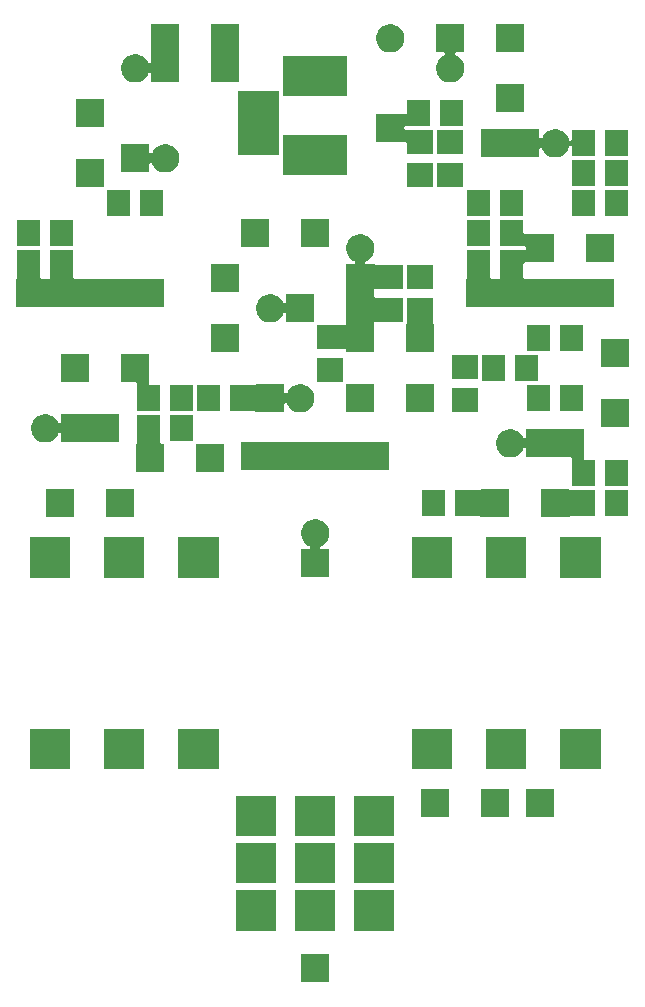
<source format=gbr>
G04 #@! TF.GenerationSoftware,KiCad,Pcbnew,5.1.6-c6e7f7d~87~ubuntu19.10.1*
G04 #@! TF.CreationDate,2022-01-15T23:23:36+06:00*
G04 #@! TF.ProjectId,big_muff_r2a_nyc,6269675f-6d75-4666-965f-7232615f6e79,2A*
G04 #@! TF.SameCoordinates,Original*
G04 #@! TF.FileFunction,Soldermask,Bot*
G04 #@! TF.FilePolarity,Negative*
%FSLAX46Y46*%
G04 Gerber Fmt 4.6, Leading zero omitted, Abs format (unit mm)*
G04 Created by KiCad (PCBNEW 5.1.6-c6e7f7d~87~ubuntu19.10.1) date 2022-01-15 23:23:36*
%MOMM*%
%LPD*%
G01*
G04 APERTURE LIST*
%ADD10C,0.100000*%
G04 APERTURE END LIST*
D10*
G36*
X106610000Y-177730000D02*
G01*
X104210000Y-177730000D01*
X104210000Y-175330000D01*
X106610000Y-175330000D01*
X106610000Y-177730000D01*
G37*
G36*
X112110000Y-173340000D02*
G01*
X108710000Y-173340000D01*
X108710000Y-169940000D01*
X112110000Y-169940000D01*
X112110000Y-173340000D01*
G37*
G36*
X107110000Y-173340000D02*
G01*
X103710000Y-173340000D01*
X103710000Y-169940000D01*
X107110000Y-169940000D01*
X107110000Y-173340000D01*
G37*
G36*
X102110000Y-173340000D02*
G01*
X98710000Y-173340000D01*
X98710000Y-169940000D01*
X102110000Y-169940000D01*
X102110000Y-173340000D01*
G37*
G36*
X102110000Y-169340000D02*
G01*
X98710000Y-169340000D01*
X98710000Y-165940000D01*
X102110000Y-165940000D01*
X102110000Y-169340000D01*
G37*
G36*
X112110000Y-169340000D02*
G01*
X108710000Y-169340000D01*
X108710000Y-165940000D01*
X112110000Y-165940000D01*
X112110000Y-169340000D01*
G37*
G36*
X107110000Y-169340000D02*
G01*
X103710000Y-169340000D01*
X103710000Y-165940000D01*
X107110000Y-165940000D01*
X107110000Y-169340000D01*
G37*
G36*
X112110000Y-165340000D02*
G01*
X108710000Y-165340000D01*
X108710000Y-161940000D01*
X112110000Y-161940000D01*
X112110000Y-165340000D01*
G37*
G36*
X102110000Y-165340000D02*
G01*
X98710000Y-165340000D01*
X98710000Y-161940000D01*
X102110000Y-161940000D01*
X102110000Y-165340000D01*
G37*
G36*
X107110000Y-165340000D02*
G01*
X103710000Y-165340000D01*
X103710000Y-161940000D01*
X107110000Y-161940000D01*
X107110000Y-165340000D01*
G37*
G36*
X125660000Y-163760000D02*
G01*
X123260000Y-163760000D01*
X123260000Y-161360000D01*
X125660000Y-161360000D01*
X125660000Y-163760000D01*
G37*
G36*
X121850000Y-163760000D02*
G01*
X119450000Y-163760000D01*
X119450000Y-161360000D01*
X121850000Y-161360000D01*
X121850000Y-163760000D01*
G37*
G36*
X116770000Y-163760000D02*
G01*
X114370000Y-163760000D01*
X114370000Y-161360000D01*
X116770000Y-161360000D01*
X116770000Y-163760000D01*
G37*
G36*
X129580000Y-159660000D02*
G01*
X126180000Y-159660000D01*
X126180000Y-156260000D01*
X129580000Y-156260000D01*
X129580000Y-159660000D01*
G37*
G36*
X123280000Y-159660000D02*
G01*
X119880000Y-159660000D01*
X119880000Y-156260000D01*
X123280000Y-156260000D01*
X123280000Y-159660000D01*
G37*
G36*
X116980000Y-159660000D02*
G01*
X113580000Y-159660000D01*
X113580000Y-156260000D01*
X116980000Y-156260000D01*
X116980000Y-159660000D01*
G37*
G36*
X90940000Y-159660000D02*
G01*
X87540000Y-159660000D01*
X87540000Y-156260000D01*
X90940000Y-156260000D01*
X90940000Y-159660000D01*
G37*
G36*
X97240000Y-159660000D02*
G01*
X93840000Y-159660000D01*
X93840000Y-156260000D01*
X97240000Y-156260000D01*
X97240000Y-159660000D01*
G37*
G36*
X84640000Y-159660000D02*
G01*
X81240000Y-159660000D01*
X81240000Y-156260000D01*
X84640000Y-156260000D01*
X84640000Y-159660000D01*
G37*
G36*
X129580000Y-143460000D02*
G01*
X126180000Y-143460000D01*
X126180000Y-140060000D01*
X129580000Y-140060000D01*
X129580000Y-143460000D01*
G37*
G36*
X123280000Y-143460000D02*
G01*
X119880000Y-143460000D01*
X119880000Y-140060000D01*
X123280000Y-140060000D01*
X123280000Y-143460000D01*
G37*
G36*
X116980000Y-143460000D02*
G01*
X113580000Y-143460000D01*
X113580000Y-140060000D01*
X116980000Y-140060000D01*
X116980000Y-143460000D01*
G37*
G36*
X84640000Y-143460000D02*
G01*
X81240000Y-143460000D01*
X81240000Y-140060000D01*
X84640000Y-140060000D01*
X84640000Y-143460000D01*
G37*
G36*
X90940000Y-143460000D02*
G01*
X87540000Y-143460000D01*
X87540000Y-140060000D01*
X90940000Y-140060000D01*
X90940000Y-143460000D01*
G37*
G36*
X97240000Y-143460000D02*
G01*
X93840000Y-143460000D01*
X93840000Y-140060000D01*
X97240000Y-140060000D01*
X97240000Y-143460000D01*
G37*
G36*
X105760026Y-138546115D02*
G01*
X105978411Y-138636573D01*
X105978413Y-138636574D01*
X106174955Y-138767899D01*
X106342101Y-138935045D01*
X106473427Y-139131589D01*
X106563885Y-139349974D01*
X106610000Y-139581809D01*
X106610000Y-139818191D01*
X106563885Y-140050026D01*
X106473427Y-140268411D01*
X106342101Y-140464955D01*
X106174955Y-140632101D01*
X105978412Y-140763427D01*
X105891282Y-140799517D01*
X105869671Y-140811068D01*
X105850729Y-140826613D01*
X105835184Y-140845555D01*
X105823633Y-140867166D01*
X105816520Y-140890615D01*
X105814118Y-140915001D01*
X105816520Y-140939387D01*
X105823633Y-140962836D01*
X105835184Y-140984447D01*
X105850729Y-141003389D01*
X105869671Y-141018934D01*
X105891282Y-141030485D01*
X105914731Y-141037598D01*
X105939117Y-141040000D01*
X106610000Y-141040000D01*
X106610000Y-143440000D01*
X104210000Y-143440000D01*
X104210000Y-141040000D01*
X104880883Y-141040000D01*
X104905269Y-141037598D01*
X104928718Y-141030485D01*
X104950329Y-141018934D01*
X104969271Y-141003389D01*
X104984816Y-140984447D01*
X104996367Y-140962836D01*
X105003480Y-140939387D01*
X105005882Y-140915001D01*
X105003480Y-140890615D01*
X104996367Y-140867166D01*
X104984816Y-140845555D01*
X104969271Y-140826613D01*
X104950329Y-140811068D01*
X104928718Y-140799517D01*
X104841588Y-140763427D01*
X104645045Y-140632101D01*
X104477899Y-140464955D01*
X104346573Y-140268411D01*
X104256115Y-140050026D01*
X104210000Y-139818191D01*
X104210000Y-139581809D01*
X104256115Y-139349974D01*
X104346573Y-139131589D01*
X104477899Y-138935045D01*
X104645045Y-138767899D01*
X104841587Y-138636574D01*
X104841589Y-138636573D01*
X105059974Y-138546115D01*
X105291809Y-138500000D01*
X105528191Y-138500000D01*
X105760026Y-138546115D01*
G37*
G36*
X126939515Y-135982836D02*
G01*
X126951066Y-136004447D01*
X126966611Y-136023389D01*
X126985553Y-136038934D01*
X127007164Y-136050485D01*
X127030613Y-136057598D01*
X127054999Y-136060000D01*
X129140000Y-136060000D01*
X129140000Y-138260000D01*
X127054999Y-138260000D01*
X127030613Y-138262402D01*
X127007164Y-138269515D01*
X126985553Y-138281066D01*
X126966611Y-138296611D01*
X126951066Y-138315553D01*
X126939515Y-138337164D01*
X126932588Y-138360000D01*
X124530000Y-138360000D01*
X124530000Y-135960000D01*
X126932588Y-135960000D01*
X126939515Y-135982836D01*
G37*
G36*
X121850000Y-138360000D02*
G01*
X119447412Y-138360000D01*
X119440485Y-138337164D01*
X119428934Y-138315553D01*
X119413389Y-138296611D01*
X119394447Y-138281066D01*
X119372836Y-138269515D01*
X119349387Y-138262402D01*
X119325001Y-138260000D01*
X117240000Y-138260000D01*
X117240000Y-136060000D01*
X119325001Y-136060000D01*
X119349387Y-136057598D01*
X119372836Y-136050485D01*
X119394447Y-136038934D01*
X119413389Y-136023389D01*
X119428934Y-136004447D01*
X119440485Y-135982836D01*
X119447412Y-135960000D01*
X121850000Y-135960000D01*
X121850000Y-138360000D01*
G37*
G36*
X85020000Y-138360000D02*
G01*
X82620000Y-138360000D01*
X82620000Y-135960000D01*
X85020000Y-135960000D01*
X85020000Y-138360000D01*
G37*
G36*
X90100000Y-138360000D02*
G01*
X87700000Y-138360000D01*
X87700000Y-135960000D01*
X90100000Y-135960000D01*
X90100000Y-138360000D01*
G37*
G36*
X116440000Y-138260000D02*
G01*
X114440000Y-138260000D01*
X114440000Y-136060000D01*
X116440000Y-136060000D01*
X116440000Y-138260000D01*
G37*
G36*
X131940000Y-138260000D02*
G01*
X129940000Y-138260000D01*
X129940000Y-136060000D01*
X131940000Y-136060000D01*
X131940000Y-138260000D01*
G37*
G36*
X122270026Y-130926115D02*
G01*
X122488411Y-131016573D01*
X122488413Y-131016574D01*
X122684955Y-131147899D01*
X122852101Y-131315045D01*
X122983427Y-131511588D01*
X123019517Y-131598718D01*
X123031068Y-131620329D01*
X123046613Y-131639271D01*
X123065555Y-131654816D01*
X123087166Y-131666367D01*
X123110615Y-131673480D01*
X123135001Y-131675882D01*
X123159387Y-131673480D01*
X123182836Y-131666367D01*
X123204447Y-131654816D01*
X123223389Y-131639271D01*
X123238934Y-131620329D01*
X123250485Y-131598718D01*
X123257598Y-131575269D01*
X123260000Y-131550883D01*
X123260000Y-130880000D01*
X128200000Y-130880000D01*
X128200000Y-133395001D01*
X128202402Y-133419387D01*
X128209515Y-133442836D01*
X128221066Y-133464447D01*
X128236611Y-133483389D01*
X128255553Y-133498934D01*
X128277164Y-133510485D01*
X128300613Y-133517598D01*
X128324999Y-133520000D01*
X129140000Y-133520000D01*
X129140000Y-135720000D01*
X127140000Y-135720000D01*
X127140000Y-133404999D01*
X127137598Y-133380613D01*
X127130485Y-133357164D01*
X127118934Y-133335553D01*
X127103389Y-133316611D01*
X127084447Y-133301066D01*
X127062836Y-133289515D01*
X127039387Y-133282402D01*
X127015001Y-133280000D01*
X123260000Y-133280000D01*
X123260000Y-132609117D01*
X123257598Y-132584731D01*
X123250485Y-132561282D01*
X123238934Y-132539671D01*
X123223389Y-132520729D01*
X123204447Y-132505184D01*
X123182836Y-132493633D01*
X123159387Y-132486520D01*
X123135001Y-132484118D01*
X123110615Y-132486520D01*
X123087166Y-132493633D01*
X123065555Y-132505184D01*
X123046613Y-132520729D01*
X123031068Y-132539671D01*
X123019517Y-132561282D01*
X122983427Y-132648412D01*
X122983426Y-132648413D01*
X122852101Y-132844955D01*
X122684955Y-133012101D01*
X122488413Y-133143426D01*
X122488412Y-133143427D01*
X122488411Y-133143427D01*
X122270026Y-133233885D01*
X122038191Y-133280000D01*
X121801809Y-133280000D01*
X121569974Y-133233885D01*
X121351589Y-133143427D01*
X121351588Y-133143427D01*
X121351587Y-133143426D01*
X121155045Y-133012101D01*
X120987899Y-132844955D01*
X120856574Y-132648413D01*
X120820483Y-132561282D01*
X120766115Y-132430026D01*
X120720000Y-132198191D01*
X120720000Y-131961809D01*
X120766115Y-131729974D01*
X120856573Y-131511589D01*
X120987899Y-131315045D01*
X121155045Y-131147899D01*
X121351587Y-131016574D01*
X121351589Y-131016573D01*
X121569974Y-130926115D01*
X121801809Y-130880000D01*
X122038191Y-130880000D01*
X122270026Y-130926115D01*
G37*
G36*
X131940000Y-135720000D02*
G01*
X129940000Y-135720000D01*
X129940000Y-133520000D01*
X131940000Y-133520000D01*
X131940000Y-135720000D01*
G37*
G36*
X97720000Y-134550000D02*
G01*
X95320000Y-134550000D01*
X95320000Y-132150000D01*
X97720000Y-132150000D01*
X97720000Y-134550000D01*
G37*
G36*
X92310000Y-132025001D02*
G01*
X92312402Y-132049387D01*
X92319515Y-132072836D01*
X92331066Y-132094447D01*
X92346611Y-132113389D01*
X92365553Y-132128934D01*
X92387164Y-132140485D01*
X92410613Y-132147598D01*
X92434999Y-132150000D01*
X92640000Y-132150000D01*
X92640000Y-134550000D01*
X90240000Y-134550000D01*
X90240000Y-132136656D01*
X90254447Y-132128934D01*
X90273389Y-132113389D01*
X90288934Y-132094447D01*
X90300485Y-132072836D01*
X90307598Y-132049387D01*
X90310000Y-132025001D01*
X90310000Y-129710000D01*
X92310000Y-129710000D01*
X92310000Y-132025001D01*
G37*
G36*
X111690000Y-134350000D02*
G01*
X99130000Y-134350000D01*
X99130000Y-131950000D01*
X111690000Y-131950000D01*
X111690000Y-134350000D01*
G37*
G36*
X82900026Y-129656115D02*
G01*
X83118411Y-129746573D01*
X83118413Y-129746574D01*
X83314955Y-129877899D01*
X83482101Y-130045045D01*
X83613427Y-130241588D01*
X83649517Y-130328718D01*
X83661068Y-130350329D01*
X83676613Y-130369271D01*
X83695555Y-130384816D01*
X83717166Y-130396367D01*
X83740615Y-130403480D01*
X83765001Y-130405882D01*
X83789387Y-130403480D01*
X83812836Y-130396367D01*
X83834447Y-130384816D01*
X83853389Y-130369271D01*
X83868934Y-130350329D01*
X83880485Y-130328718D01*
X83887598Y-130305269D01*
X83890000Y-130280883D01*
X83890000Y-129610000D01*
X88830000Y-129610000D01*
X88830000Y-132010000D01*
X83890000Y-132010000D01*
X83890000Y-131339117D01*
X83887598Y-131314731D01*
X83880485Y-131291282D01*
X83868934Y-131269671D01*
X83853389Y-131250729D01*
X83834447Y-131235184D01*
X83812836Y-131223633D01*
X83789387Y-131216520D01*
X83765001Y-131214118D01*
X83740615Y-131216520D01*
X83717166Y-131223633D01*
X83695555Y-131235184D01*
X83676613Y-131250729D01*
X83661068Y-131269671D01*
X83649517Y-131291282D01*
X83613427Y-131378412D01*
X83524441Y-131511589D01*
X83482101Y-131574955D01*
X83314955Y-131742101D01*
X83118413Y-131873426D01*
X83118412Y-131873427D01*
X83118411Y-131873427D01*
X82900026Y-131963885D01*
X82668191Y-132010000D01*
X82431809Y-132010000D01*
X82199974Y-131963885D01*
X81981589Y-131873427D01*
X81981588Y-131873427D01*
X81981587Y-131873426D01*
X81785045Y-131742101D01*
X81617899Y-131574955D01*
X81486574Y-131378413D01*
X81450483Y-131291282D01*
X81396115Y-131160026D01*
X81350000Y-130928191D01*
X81350000Y-130691809D01*
X81396115Y-130459974D01*
X81486573Y-130241589D01*
X81617899Y-130045045D01*
X81785045Y-129877899D01*
X81981587Y-129746574D01*
X81981589Y-129746573D01*
X82199974Y-129656115D01*
X82431809Y-129610000D01*
X82668191Y-129610000D01*
X82900026Y-129656115D01*
G37*
G36*
X95110000Y-131910000D02*
G01*
X93110000Y-131910000D01*
X93110000Y-129710000D01*
X95110000Y-129710000D01*
X95110000Y-131910000D01*
G37*
G36*
X132010000Y-130740000D02*
G01*
X129610000Y-130740000D01*
X129610000Y-128340000D01*
X132010000Y-128340000D01*
X132010000Y-130740000D01*
G37*
G36*
X115500000Y-129470000D02*
G01*
X113100000Y-129470000D01*
X113100000Y-127070000D01*
X115500000Y-127070000D01*
X115500000Y-129470000D01*
G37*
G36*
X110420000Y-129470000D02*
G01*
X108020000Y-129470000D01*
X108020000Y-127070000D01*
X110420000Y-127070000D01*
X110420000Y-129470000D01*
G37*
G36*
X102800000Y-127740883D02*
G01*
X102802402Y-127765269D01*
X102809515Y-127788718D01*
X102821066Y-127810329D01*
X102836611Y-127829271D01*
X102855553Y-127844816D01*
X102877164Y-127856367D01*
X102900613Y-127863480D01*
X102924999Y-127865882D01*
X102949385Y-127863480D01*
X102972834Y-127856367D01*
X102994445Y-127844816D01*
X103013387Y-127829271D01*
X103028932Y-127810329D01*
X103040483Y-127788718D01*
X103076573Y-127701588D01*
X103207899Y-127505045D01*
X103375045Y-127337899D01*
X103571587Y-127206574D01*
X103571589Y-127206573D01*
X103789974Y-127116115D01*
X104021809Y-127070000D01*
X104258191Y-127070000D01*
X104490026Y-127116115D01*
X104708411Y-127206573D01*
X104708413Y-127206574D01*
X104904955Y-127337899D01*
X105072101Y-127505045D01*
X105203427Y-127701589D01*
X105293885Y-127919974D01*
X105340000Y-128151809D01*
X105340000Y-128388191D01*
X105293885Y-128620026D01*
X105239517Y-128751282D01*
X105203426Y-128838413D01*
X105072101Y-129034955D01*
X104904955Y-129202101D01*
X104708413Y-129333426D01*
X104708412Y-129333427D01*
X104708411Y-129333427D01*
X104490026Y-129423885D01*
X104258191Y-129470000D01*
X104021809Y-129470000D01*
X103789974Y-129423885D01*
X103571589Y-129333427D01*
X103571588Y-129333427D01*
X103571587Y-129333426D01*
X103375045Y-129202101D01*
X103207899Y-129034955D01*
X103076574Y-128838413D01*
X103076573Y-128838412D01*
X103040483Y-128751282D01*
X103028932Y-128729671D01*
X103013387Y-128710729D01*
X102994445Y-128695184D01*
X102972834Y-128683633D01*
X102949385Y-128676520D01*
X102924999Y-128674118D01*
X102900613Y-128676520D01*
X102877164Y-128683633D01*
X102855553Y-128695184D01*
X102836611Y-128710729D01*
X102821066Y-128729671D01*
X102809515Y-128751282D01*
X102802402Y-128774731D01*
X102800000Y-128799117D01*
X102800000Y-129470000D01*
X100397412Y-129470000D01*
X100390485Y-129447164D01*
X100378934Y-129425553D01*
X100363389Y-129406611D01*
X100344447Y-129391066D01*
X100322836Y-129379515D01*
X100299387Y-129372402D01*
X100275001Y-129370000D01*
X98190000Y-129370000D01*
X98190000Y-127170000D01*
X100275001Y-127170000D01*
X100299387Y-127167598D01*
X100322836Y-127160485D01*
X100344447Y-127148934D01*
X100363389Y-127133389D01*
X100378934Y-127114447D01*
X100390485Y-127092836D01*
X100397412Y-127070000D01*
X102800000Y-127070000D01*
X102800000Y-127740883D01*
G37*
G36*
X119210000Y-129400000D02*
G01*
X117010000Y-129400000D01*
X117010000Y-127400000D01*
X119210000Y-127400000D01*
X119210000Y-129400000D01*
G37*
G36*
X97390000Y-129370000D02*
G01*
X95390000Y-129370000D01*
X95390000Y-127170000D01*
X97390000Y-127170000D01*
X97390000Y-129370000D01*
G37*
G36*
X128130000Y-129370000D02*
G01*
X126130000Y-129370000D01*
X126130000Y-127170000D01*
X128130000Y-127170000D01*
X128130000Y-129370000D01*
G37*
G36*
X125330000Y-129370000D02*
G01*
X123330000Y-129370000D01*
X123330000Y-127170000D01*
X125330000Y-127170000D01*
X125330000Y-129370000D01*
G37*
G36*
X95110000Y-129370000D02*
G01*
X93110000Y-129370000D01*
X93110000Y-127170000D01*
X95110000Y-127170000D01*
X95110000Y-129370000D01*
G37*
G36*
X91370000Y-127045001D02*
G01*
X91372402Y-127069387D01*
X91379515Y-127092836D01*
X91391066Y-127114447D01*
X91406611Y-127133389D01*
X91425553Y-127148934D01*
X91447164Y-127160485D01*
X91470613Y-127167598D01*
X91494999Y-127170000D01*
X92310000Y-127170000D01*
X92310000Y-129370000D01*
X90310000Y-129370000D01*
X90310000Y-127054999D01*
X90307598Y-127030613D01*
X90300485Y-127007164D01*
X90288934Y-126985553D01*
X90273389Y-126966611D01*
X90254447Y-126951066D01*
X90232836Y-126939515D01*
X90209387Y-126932402D01*
X90185001Y-126930000D01*
X88970000Y-126930000D01*
X88970000Y-124530000D01*
X91370000Y-124530000D01*
X91370000Y-127045001D01*
G37*
G36*
X86290000Y-126930000D02*
G01*
X83890000Y-126930000D01*
X83890000Y-124530000D01*
X86290000Y-124530000D01*
X86290000Y-126930000D01*
G37*
G36*
X107780000Y-126860000D02*
G01*
X105580000Y-126860000D01*
X105580000Y-124860000D01*
X107780000Y-124860000D01*
X107780000Y-126860000D01*
G37*
G36*
X121520000Y-126830000D02*
G01*
X119520000Y-126830000D01*
X119520000Y-124630000D01*
X121520000Y-124630000D01*
X121520000Y-126830000D01*
G37*
G36*
X124320000Y-126830000D02*
G01*
X122320000Y-126830000D01*
X122320000Y-124630000D01*
X124320000Y-124630000D01*
X124320000Y-126830000D01*
G37*
G36*
X119210000Y-126600000D02*
G01*
X117010000Y-126600000D01*
X117010000Y-124600000D01*
X119210000Y-124600000D01*
X119210000Y-126600000D01*
G37*
G36*
X132010000Y-125660000D02*
G01*
X129610000Y-125660000D01*
X129610000Y-123260000D01*
X132010000Y-123260000D01*
X132010000Y-125660000D01*
G37*
G36*
X115400000Y-121865001D02*
G01*
X115402402Y-121889387D01*
X115409515Y-121912836D01*
X115421066Y-121934447D01*
X115436611Y-121953389D01*
X115455553Y-121968934D01*
X115477164Y-121980485D01*
X115500000Y-121987412D01*
X115500000Y-124390000D01*
X113100000Y-124390000D01*
X113100000Y-121987412D01*
X113122836Y-121980485D01*
X113144447Y-121968934D01*
X113163389Y-121953389D01*
X113178934Y-121934447D01*
X113190485Y-121912836D01*
X113197598Y-121889387D01*
X113200000Y-121865001D01*
X113200000Y-119780000D01*
X115400000Y-119780000D01*
X115400000Y-121865001D01*
G37*
G36*
X98990000Y-124390000D02*
G01*
X96590000Y-124390000D01*
X96590000Y-121990000D01*
X98990000Y-121990000D01*
X98990000Y-124390000D01*
G37*
G36*
X109570026Y-114416115D02*
G01*
X109788411Y-114506573D01*
X109788413Y-114506574D01*
X109984955Y-114637899D01*
X110152101Y-114805045D01*
X110283427Y-115001589D01*
X110373885Y-115219974D01*
X110420000Y-115451809D01*
X110420000Y-115688191D01*
X110373885Y-115920026D01*
X110283427Y-116138411D01*
X110152101Y-116334955D01*
X109984955Y-116502101D01*
X109788412Y-116633427D01*
X109701282Y-116669517D01*
X109679671Y-116681068D01*
X109660729Y-116696613D01*
X109645184Y-116715555D01*
X109633633Y-116737166D01*
X109626520Y-116760615D01*
X109624118Y-116785001D01*
X109626520Y-116809387D01*
X109633633Y-116832836D01*
X109645184Y-116854447D01*
X109660729Y-116873389D01*
X109679671Y-116888934D01*
X109701282Y-116900485D01*
X109724731Y-116907598D01*
X109749117Y-116910000D01*
X110433344Y-116910000D01*
X110441066Y-116924447D01*
X110456611Y-116943389D01*
X110475553Y-116958934D01*
X110497164Y-116970485D01*
X110520613Y-116977598D01*
X110544999Y-116980000D01*
X112860000Y-116980000D01*
X112860000Y-118980000D01*
X110544999Y-118980000D01*
X110520613Y-118982402D01*
X110497164Y-118989515D01*
X110475553Y-119001066D01*
X110456611Y-119016611D01*
X110441066Y-119035553D01*
X110429515Y-119057164D01*
X110422402Y-119080613D01*
X110420000Y-119104999D01*
X110420000Y-119655001D01*
X110422402Y-119679387D01*
X110429515Y-119702836D01*
X110441066Y-119724447D01*
X110456611Y-119743389D01*
X110475553Y-119758934D01*
X110497164Y-119770485D01*
X110520613Y-119777598D01*
X110544999Y-119780000D01*
X112860000Y-119780000D01*
X112860000Y-121780000D01*
X110544999Y-121780000D01*
X110520613Y-121782402D01*
X110497164Y-121789515D01*
X110475553Y-121801066D01*
X110456611Y-121816611D01*
X110441066Y-121835553D01*
X110429515Y-121857164D01*
X110422402Y-121880613D01*
X110420000Y-121904999D01*
X110420000Y-124390000D01*
X108020000Y-124390000D01*
X108020000Y-124184999D01*
X108017598Y-124160613D01*
X108010485Y-124137164D01*
X107998934Y-124115553D01*
X107983389Y-124096611D01*
X107964447Y-124081066D01*
X107942836Y-124069515D01*
X107919387Y-124062402D01*
X107895001Y-124060000D01*
X105580000Y-124060000D01*
X105580000Y-122060000D01*
X107895001Y-122060000D01*
X107919387Y-122057598D01*
X107942836Y-122050485D01*
X107964447Y-122038934D01*
X107983389Y-122023389D01*
X107998934Y-122004447D01*
X108010485Y-121982836D01*
X108017598Y-121959387D01*
X108020000Y-121935001D01*
X108020000Y-116910000D01*
X108690883Y-116910000D01*
X108715269Y-116907598D01*
X108738718Y-116900485D01*
X108760329Y-116888934D01*
X108779271Y-116873389D01*
X108794816Y-116854447D01*
X108806367Y-116832836D01*
X108813480Y-116809387D01*
X108815882Y-116785001D01*
X108813480Y-116760615D01*
X108806367Y-116737166D01*
X108794816Y-116715555D01*
X108779271Y-116696613D01*
X108760329Y-116681068D01*
X108738718Y-116669517D01*
X108651588Y-116633427D01*
X108455045Y-116502101D01*
X108287899Y-116334955D01*
X108156573Y-116138411D01*
X108066115Y-115920026D01*
X108020000Y-115688191D01*
X108020000Y-115451809D01*
X108066115Y-115219974D01*
X108156573Y-115001589D01*
X108287899Y-114805045D01*
X108455045Y-114637899D01*
X108651587Y-114506574D01*
X108651589Y-114506573D01*
X108869974Y-114416115D01*
X109101809Y-114370000D01*
X109338191Y-114370000D01*
X109570026Y-114416115D01*
G37*
G36*
X125330000Y-124290000D02*
G01*
X123330000Y-124290000D01*
X123330000Y-122090000D01*
X125330000Y-122090000D01*
X125330000Y-124290000D01*
G37*
G36*
X128130000Y-124290000D02*
G01*
X126130000Y-124290000D01*
X126130000Y-122090000D01*
X128130000Y-122090000D01*
X128130000Y-124290000D01*
G37*
G36*
X101950026Y-119496115D02*
G01*
X102168411Y-119586573D01*
X102168413Y-119586574D01*
X102342412Y-119702836D01*
X102364955Y-119717899D01*
X102532101Y-119885045D01*
X102663427Y-120081588D01*
X102699517Y-120168718D01*
X102711068Y-120190329D01*
X102726613Y-120209271D01*
X102745555Y-120224816D01*
X102767166Y-120236367D01*
X102790615Y-120243480D01*
X102815001Y-120245882D01*
X102839387Y-120243480D01*
X102862836Y-120236367D01*
X102884447Y-120224816D01*
X102903389Y-120209271D01*
X102918934Y-120190329D01*
X102930485Y-120168718D01*
X102937598Y-120145269D01*
X102940000Y-120120883D01*
X102940000Y-119450000D01*
X105340000Y-119450000D01*
X105340000Y-121850000D01*
X102940000Y-121850000D01*
X102940000Y-121179117D01*
X102937598Y-121154731D01*
X102930485Y-121131282D01*
X102918934Y-121109671D01*
X102903389Y-121090729D01*
X102884447Y-121075184D01*
X102862836Y-121063633D01*
X102839387Y-121056520D01*
X102815001Y-121054118D01*
X102790615Y-121056520D01*
X102767166Y-121063633D01*
X102745555Y-121075184D01*
X102726613Y-121090729D01*
X102711068Y-121109671D01*
X102699517Y-121131282D01*
X102663427Y-121218412D01*
X102663426Y-121218413D01*
X102532101Y-121414955D01*
X102364955Y-121582101D01*
X102168413Y-121713426D01*
X102168412Y-121713427D01*
X102168411Y-121713427D01*
X101950026Y-121803885D01*
X101718191Y-121850000D01*
X101481809Y-121850000D01*
X101249974Y-121803885D01*
X101031589Y-121713427D01*
X101031588Y-121713427D01*
X101031587Y-121713426D01*
X100835045Y-121582101D01*
X100667899Y-121414955D01*
X100536574Y-121218413D01*
X100500483Y-121131282D01*
X100446115Y-121000026D01*
X100400000Y-120768191D01*
X100400000Y-120531809D01*
X100446115Y-120299974D01*
X100536573Y-120081589D01*
X100667899Y-119885045D01*
X100835045Y-119717899D01*
X100857588Y-119702836D01*
X101031587Y-119586574D01*
X101031589Y-119586573D01*
X101249974Y-119496115D01*
X101481809Y-119450000D01*
X101718191Y-119450000D01*
X101950026Y-119496115D01*
G37*
G36*
X123050000Y-114245001D02*
G01*
X123052402Y-114269387D01*
X123059515Y-114292836D01*
X123071066Y-114314447D01*
X123086611Y-114333389D01*
X123105553Y-114348934D01*
X123127164Y-114360485D01*
X123150613Y-114367598D01*
X123174999Y-114370000D01*
X125660000Y-114370000D01*
X125660000Y-116770000D01*
X123174999Y-116770000D01*
X123150613Y-116772402D01*
X123127164Y-116779515D01*
X123105553Y-116791066D01*
X123086611Y-116806611D01*
X123071066Y-116825553D01*
X123059515Y-116847164D01*
X123052402Y-116870613D01*
X123050000Y-116894999D01*
X123050000Y-118055001D01*
X123052402Y-118079387D01*
X123059515Y-118102836D01*
X123071066Y-118124447D01*
X123086611Y-118143389D01*
X123105553Y-118158934D01*
X123127164Y-118170485D01*
X123150613Y-118177598D01*
X123174999Y-118180000D01*
X130740000Y-118180000D01*
X130740000Y-120580000D01*
X118180000Y-120580000D01*
X118180000Y-118166656D01*
X118194447Y-118158934D01*
X118213389Y-118143389D01*
X118228934Y-118124447D01*
X118240485Y-118102836D01*
X118247598Y-118079387D01*
X118250000Y-118055001D01*
X118250000Y-115740000D01*
X120250000Y-115740000D01*
X120250000Y-118055001D01*
X120252402Y-118079387D01*
X120259515Y-118102836D01*
X120271066Y-118124447D01*
X120286611Y-118143389D01*
X120305553Y-118158934D01*
X120327164Y-118170485D01*
X120350613Y-118177598D01*
X120374999Y-118180000D01*
X120925001Y-118180000D01*
X120949387Y-118177598D01*
X120972836Y-118170485D01*
X120994447Y-118158934D01*
X121013389Y-118143389D01*
X121028934Y-118124447D01*
X121040485Y-118102836D01*
X121047598Y-118079387D01*
X121050000Y-118055001D01*
X121050000Y-115740000D01*
X123135001Y-115740000D01*
X123159387Y-115737598D01*
X123182836Y-115730485D01*
X123204447Y-115718934D01*
X123223389Y-115703389D01*
X123238934Y-115684447D01*
X123250485Y-115662836D01*
X123257598Y-115639387D01*
X123260000Y-115615001D01*
X123260000Y-115524999D01*
X123257598Y-115500613D01*
X123250485Y-115477164D01*
X123238934Y-115455553D01*
X123223389Y-115436611D01*
X123204447Y-115421066D01*
X123182836Y-115409515D01*
X123159387Y-115402402D01*
X123135001Y-115400000D01*
X121050000Y-115400000D01*
X121050000Y-113200000D01*
X123050000Y-113200000D01*
X123050000Y-114245001D01*
G37*
G36*
X82150000Y-118055001D02*
G01*
X82152402Y-118079387D01*
X82159515Y-118102836D01*
X82171066Y-118124447D01*
X82186611Y-118143389D01*
X82205553Y-118158934D01*
X82227164Y-118170485D01*
X82250613Y-118177598D01*
X82274999Y-118180000D01*
X82825001Y-118180000D01*
X82849387Y-118177598D01*
X82872836Y-118170485D01*
X82894447Y-118158934D01*
X82913389Y-118143389D01*
X82928934Y-118124447D01*
X82940485Y-118102836D01*
X82947598Y-118079387D01*
X82950000Y-118055001D01*
X82950000Y-115740000D01*
X84950000Y-115740000D01*
X84950000Y-118055001D01*
X84952402Y-118079387D01*
X84959515Y-118102836D01*
X84971066Y-118124447D01*
X84986611Y-118143389D01*
X85005553Y-118158934D01*
X85027164Y-118170485D01*
X85050613Y-118177598D01*
X85074999Y-118180000D01*
X92640000Y-118180000D01*
X92640000Y-120580000D01*
X80080000Y-120580000D01*
X80080000Y-118166656D01*
X80094447Y-118158934D01*
X80113389Y-118143389D01*
X80128934Y-118124447D01*
X80140485Y-118102836D01*
X80147598Y-118079387D01*
X80150000Y-118055001D01*
X80150000Y-115740000D01*
X82150000Y-115740000D01*
X82150000Y-118055001D01*
G37*
G36*
X98990000Y-119310000D02*
G01*
X96590000Y-119310000D01*
X96590000Y-116910000D01*
X98990000Y-116910000D01*
X98990000Y-119310000D01*
G37*
G36*
X115400000Y-118980000D02*
G01*
X113200000Y-118980000D01*
X113200000Y-116980000D01*
X115400000Y-116980000D01*
X115400000Y-118980000D01*
G37*
G36*
X130740000Y-116770000D02*
G01*
X128340000Y-116770000D01*
X128340000Y-114370000D01*
X130740000Y-114370000D01*
X130740000Y-116770000D01*
G37*
G36*
X101530000Y-115500000D02*
G01*
X99130000Y-115500000D01*
X99130000Y-113100000D01*
X101530000Y-113100000D01*
X101530000Y-115500000D01*
G37*
G36*
X106610000Y-115500000D02*
G01*
X104210000Y-115500000D01*
X104210000Y-113100000D01*
X106610000Y-113100000D01*
X106610000Y-115500000D01*
G37*
G36*
X120250000Y-115400000D02*
G01*
X118250000Y-115400000D01*
X118250000Y-113200000D01*
X120250000Y-113200000D01*
X120250000Y-115400000D01*
G37*
G36*
X82150000Y-115400000D02*
G01*
X80150000Y-115400000D01*
X80150000Y-113200000D01*
X82150000Y-113200000D01*
X82150000Y-115400000D01*
G37*
G36*
X84950000Y-115400000D02*
G01*
X82950000Y-115400000D01*
X82950000Y-113200000D01*
X84950000Y-113200000D01*
X84950000Y-115400000D01*
G37*
G36*
X89770000Y-112860000D02*
G01*
X87770000Y-112860000D01*
X87770000Y-110660000D01*
X89770000Y-110660000D01*
X89770000Y-112860000D01*
G37*
G36*
X92570000Y-112860000D02*
G01*
X90570000Y-112860000D01*
X90570000Y-110660000D01*
X92570000Y-110660000D01*
X92570000Y-112860000D01*
G37*
G36*
X123050000Y-112860000D02*
G01*
X121050000Y-112860000D01*
X121050000Y-110660000D01*
X123050000Y-110660000D01*
X123050000Y-112860000D01*
G37*
G36*
X120250000Y-112860000D02*
G01*
X118250000Y-112860000D01*
X118250000Y-110660000D01*
X120250000Y-110660000D01*
X120250000Y-112860000D01*
G37*
G36*
X129140000Y-112860000D02*
G01*
X127140000Y-112860000D01*
X127140000Y-110660000D01*
X129140000Y-110660000D01*
X129140000Y-112860000D01*
G37*
G36*
X131940000Y-112860000D02*
G01*
X129940000Y-112860000D01*
X129940000Y-110660000D01*
X131940000Y-110660000D01*
X131940000Y-112860000D01*
G37*
G36*
X87560000Y-110420000D02*
G01*
X85160000Y-110420000D01*
X85160000Y-108020000D01*
X87560000Y-108020000D01*
X87560000Y-110420000D01*
G37*
G36*
X115400000Y-110350000D02*
G01*
X113200000Y-110350000D01*
X113200000Y-108350000D01*
X115400000Y-108350000D01*
X115400000Y-110350000D01*
G37*
G36*
X117940000Y-110350000D02*
G01*
X115740000Y-110350000D01*
X115740000Y-108350000D01*
X117940000Y-108350000D01*
X117940000Y-110350000D01*
G37*
G36*
X129140000Y-110320000D02*
G01*
X127140000Y-110320000D01*
X127140000Y-108120000D01*
X129140000Y-108120000D01*
X129140000Y-110320000D01*
G37*
G36*
X131940000Y-110320000D02*
G01*
X129940000Y-110320000D01*
X129940000Y-108120000D01*
X131940000Y-108120000D01*
X131940000Y-110320000D01*
G37*
G36*
X108110000Y-109380000D02*
G01*
X102710000Y-109380000D01*
X102710000Y-105980000D01*
X108110000Y-105980000D01*
X108110000Y-109380000D01*
G37*
G36*
X91370000Y-107420883D02*
G01*
X91372402Y-107445269D01*
X91379515Y-107468718D01*
X91391066Y-107490329D01*
X91406611Y-107509271D01*
X91425553Y-107524816D01*
X91447164Y-107536367D01*
X91470613Y-107543480D01*
X91494999Y-107545882D01*
X91519385Y-107543480D01*
X91542834Y-107536367D01*
X91564445Y-107524816D01*
X91583387Y-107509271D01*
X91598932Y-107490329D01*
X91610483Y-107468718D01*
X91646573Y-107381588D01*
X91777899Y-107185045D01*
X91945045Y-107017899D01*
X91990992Y-106987198D01*
X92141587Y-106886574D01*
X92141589Y-106886573D01*
X92359974Y-106796115D01*
X92591809Y-106750000D01*
X92828191Y-106750000D01*
X93060026Y-106796115D01*
X93278411Y-106886573D01*
X93278413Y-106886574D01*
X93429008Y-106987198D01*
X93474955Y-107017899D01*
X93642101Y-107185045D01*
X93773427Y-107381589D01*
X93863885Y-107599974D01*
X93910000Y-107831809D01*
X93910000Y-108068191D01*
X93863885Y-108300026D01*
X93809517Y-108431282D01*
X93773426Y-108518413D01*
X93642101Y-108714955D01*
X93474955Y-108882101D01*
X93278413Y-109013426D01*
X93278412Y-109013427D01*
X93278411Y-109013427D01*
X93060026Y-109103885D01*
X92828191Y-109150000D01*
X92591809Y-109150000D01*
X92359974Y-109103885D01*
X92141589Y-109013427D01*
X92141588Y-109013427D01*
X92141587Y-109013426D01*
X91945045Y-108882101D01*
X91777899Y-108714955D01*
X91646574Y-108518413D01*
X91646573Y-108518412D01*
X91610483Y-108431282D01*
X91598932Y-108409671D01*
X91583387Y-108390729D01*
X91564445Y-108375184D01*
X91542834Y-108363633D01*
X91519385Y-108356520D01*
X91494999Y-108354118D01*
X91470613Y-108356520D01*
X91447164Y-108363633D01*
X91425553Y-108375184D01*
X91406611Y-108390729D01*
X91391066Y-108409671D01*
X91379515Y-108431282D01*
X91372402Y-108454731D01*
X91370000Y-108479117D01*
X91370000Y-109150000D01*
X88970000Y-109150000D01*
X88970000Y-106750000D01*
X91370000Y-106750000D01*
X91370000Y-107420883D01*
G37*
G36*
X124390000Y-106150883D02*
G01*
X124392402Y-106175269D01*
X124399515Y-106198718D01*
X124411066Y-106220329D01*
X124426611Y-106239271D01*
X124445553Y-106254816D01*
X124467164Y-106266367D01*
X124490613Y-106273480D01*
X124514999Y-106275882D01*
X124539385Y-106273480D01*
X124562834Y-106266367D01*
X124584445Y-106254816D01*
X124603387Y-106239271D01*
X124618932Y-106220329D01*
X124630483Y-106198718D01*
X124666573Y-106111588D01*
X124797899Y-105915045D01*
X124965045Y-105747899D01*
X125161587Y-105616574D01*
X125161589Y-105616573D01*
X125379974Y-105526115D01*
X125611809Y-105480000D01*
X125848191Y-105480000D01*
X126080026Y-105526115D01*
X126298411Y-105616573D01*
X126298413Y-105616574D01*
X126494955Y-105747899D01*
X126662101Y-105915045D01*
X126793427Y-106111589D01*
X126883885Y-106329974D01*
X126892404Y-106372802D01*
X126899517Y-106396251D01*
X126911068Y-106417862D01*
X126926613Y-106436804D01*
X126945555Y-106452349D01*
X126967166Y-106463900D01*
X126990615Y-106471013D01*
X127015001Y-106473415D01*
X127039387Y-106471013D01*
X127062836Y-106463900D01*
X127084447Y-106452349D01*
X127103389Y-106436804D01*
X127118934Y-106417862D01*
X127130485Y-106396251D01*
X127137598Y-106372802D01*
X127140000Y-106348416D01*
X127140000Y-105580000D01*
X129140000Y-105580000D01*
X129140000Y-107780000D01*
X127140000Y-107780000D01*
X127140000Y-107011584D01*
X127137598Y-106987198D01*
X127130485Y-106963749D01*
X127118934Y-106942138D01*
X127103389Y-106923196D01*
X127084447Y-106907651D01*
X127062836Y-106896100D01*
X127039387Y-106888987D01*
X127015001Y-106886585D01*
X126990615Y-106888987D01*
X126967166Y-106896100D01*
X126945555Y-106907651D01*
X126926613Y-106923196D01*
X126911068Y-106942138D01*
X126899517Y-106963749D01*
X126892404Y-106987198D01*
X126883885Y-107030026D01*
X126829517Y-107161282D01*
X126793426Y-107248413D01*
X126662101Y-107444955D01*
X126494955Y-107612101D01*
X126298413Y-107743426D01*
X126298412Y-107743427D01*
X126298411Y-107743427D01*
X126080026Y-107833885D01*
X125848191Y-107880000D01*
X125611809Y-107880000D01*
X125379974Y-107833885D01*
X125161589Y-107743427D01*
X125161588Y-107743427D01*
X125161587Y-107743426D01*
X124965045Y-107612101D01*
X124797899Y-107444955D01*
X124755559Y-107381589D01*
X124666573Y-107248412D01*
X124630483Y-107161282D01*
X124618932Y-107139671D01*
X124603387Y-107120729D01*
X124584445Y-107105184D01*
X124562834Y-107093633D01*
X124539385Y-107086520D01*
X124514999Y-107084118D01*
X124490613Y-107086520D01*
X124467164Y-107093633D01*
X124445553Y-107105184D01*
X124426611Y-107120729D01*
X124411066Y-107139671D01*
X124399515Y-107161282D01*
X124392402Y-107184731D01*
X124390000Y-107209117D01*
X124390000Y-107880000D01*
X119450000Y-107880000D01*
X119450000Y-105480000D01*
X124390000Y-105480000D01*
X124390000Y-106150883D01*
G37*
G36*
X131940000Y-107780000D02*
G01*
X129940000Y-107780000D01*
X129940000Y-105580000D01*
X131940000Y-105580000D01*
X131940000Y-107780000D01*
G37*
G36*
X102310000Y-107680000D02*
G01*
X98910000Y-107680000D01*
X98910000Y-102280000D01*
X102310000Y-102280000D01*
X102310000Y-107680000D01*
G37*
G36*
X115170000Y-105240000D02*
G01*
X113084999Y-105240000D01*
X113060613Y-105242402D01*
X113037164Y-105249515D01*
X113015553Y-105261066D01*
X112996611Y-105276611D01*
X112981066Y-105295553D01*
X112969515Y-105317164D01*
X112962402Y-105340613D01*
X112960000Y-105364999D01*
X112960000Y-105425001D01*
X112962402Y-105449387D01*
X112969515Y-105472836D01*
X112981066Y-105494447D01*
X112996611Y-105513389D01*
X113015553Y-105528934D01*
X113037164Y-105540485D01*
X113060613Y-105547598D01*
X113084999Y-105550000D01*
X115400000Y-105550000D01*
X115400000Y-107550000D01*
X113200000Y-107550000D01*
X113200000Y-106734999D01*
X113197598Y-106710613D01*
X113190485Y-106687164D01*
X113178934Y-106665553D01*
X113163389Y-106646611D01*
X113144447Y-106631066D01*
X113122836Y-106619515D01*
X113099387Y-106612402D01*
X113075001Y-106610000D01*
X110560000Y-106610000D01*
X110560000Y-104210000D01*
X113045001Y-104210000D01*
X113069387Y-104207598D01*
X113092836Y-104200485D01*
X113114447Y-104188934D01*
X113133389Y-104173389D01*
X113148934Y-104154447D01*
X113160485Y-104132836D01*
X113167598Y-104109387D01*
X113170000Y-104085001D01*
X113170000Y-103040000D01*
X115170000Y-103040000D01*
X115170000Y-105240000D01*
G37*
G36*
X117940000Y-107550000D02*
G01*
X115740000Y-107550000D01*
X115740000Y-105550000D01*
X117940000Y-105550000D01*
X117940000Y-107550000D01*
G37*
G36*
X87560000Y-105340000D02*
G01*
X85160000Y-105340000D01*
X85160000Y-102940000D01*
X87560000Y-102940000D01*
X87560000Y-105340000D01*
G37*
G36*
X117970000Y-105240000D02*
G01*
X115970000Y-105240000D01*
X115970000Y-103040000D01*
X117970000Y-103040000D01*
X117970000Y-105240000D01*
G37*
G36*
X123120000Y-104070000D02*
G01*
X120720000Y-104070000D01*
X120720000Y-101670000D01*
X123120000Y-101670000D01*
X123120000Y-104070000D01*
G37*
G36*
X108110000Y-102680000D02*
G01*
X102710000Y-102680000D01*
X102710000Y-99280000D01*
X108110000Y-99280000D01*
X108110000Y-102680000D01*
G37*
G36*
X93910000Y-101530000D02*
G01*
X91510000Y-101530000D01*
X91510000Y-100859117D01*
X91507598Y-100834731D01*
X91500485Y-100811282D01*
X91488934Y-100789671D01*
X91473389Y-100770729D01*
X91454447Y-100755184D01*
X91432836Y-100743633D01*
X91409387Y-100736520D01*
X91385001Y-100734118D01*
X91360615Y-100736520D01*
X91337166Y-100743633D01*
X91315555Y-100755184D01*
X91296613Y-100770729D01*
X91281068Y-100789671D01*
X91269517Y-100811282D01*
X91233427Y-100898412D01*
X91233426Y-100898413D01*
X91102101Y-101094955D01*
X90934955Y-101262101D01*
X90738413Y-101393426D01*
X90738412Y-101393427D01*
X90738411Y-101393427D01*
X90520026Y-101483885D01*
X90288191Y-101530000D01*
X90051809Y-101530000D01*
X89819974Y-101483885D01*
X89601589Y-101393427D01*
X89601588Y-101393427D01*
X89601587Y-101393426D01*
X89405045Y-101262101D01*
X89237899Y-101094955D01*
X89106574Y-100898413D01*
X89070483Y-100811282D01*
X89016115Y-100680026D01*
X88970000Y-100448191D01*
X88970000Y-100211809D01*
X89016115Y-99979974D01*
X89106573Y-99761589D01*
X89237899Y-99565045D01*
X89405045Y-99397899D01*
X89581494Y-99280000D01*
X89601587Y-99266574D01*
X89601589Y-99266573D01*
X89819974Y-99176115D01*
X90051809Y-99130000D01*
X90288191Y-99130000D01*
X90520026Y-99176115D01*
X90738411Y-99266573D01*
X90738413Y-99266574D01*
X90758506Y-99280000D01*
X90934955Y-99397899D01*
X91102101Y-99565045D01*
X91233427Y-99761588D01*
X91269517Y-99848718D01*
X91281068Y-99870329D01*
X91296613Y-99889271D01*
X91315555Y-99904816D01*
X91337166Y-99916367D01*
X91360615Y-99923480D01*
X91385001Y-99925882D01*
X91409387Y-99923480D01*
X91432836Y-99916367D01*
X91454447Y-99904816D01*
X91473389Y-99889271D01*
X91488934Y-99870329D01*
X91500485Y-99848718D01*
X91507598Y-99825269D01*
X91510000Y-99800883D01*
X91510000Y-96590000D01*
X93910000Y-96590000D01*
X93910000Y-101530000D01*
G37*
G36*
X118040000Y-98990000D02*
G01*
X117369117Y-98990000D01*
X117344731Y-98992402D01*
X117321282Y-98999515D01*
X117299671Y-99011066D01*
X117280729Y-99026611D01*
X117265184Y-99045553D01*
X117253633Y-99067164D01*
X117246520Y-99090613D01*
X117244118Y-99114999D01*
X117246520Y-99139385D01*
X117253633Y-99162834D01*
X117265184Y-99184445D01*
X117280729Y-99203387D01*
X117299671Y-99218932D01*
X117321282Y-99230483D01*
X117408412Y-99266573D01*
X117604955Y-99397899D01*
X117772101Y-99565045D01*
X117903427Y-99761589D01*
X117993885Y-99979974D01*
X118040000Y-100211809D01*
X118040000Y-100448191D01*
X117993885Y-100680026D01*
X117939517Y-100811282D01*
X117903426Y-100898413D01*
X117772101Y-101094955D01*
X117604955Y-101262101D01*
X117408413Y-101393426D01*
X117408412Y-101393427D01*
X117408411Y-101393427D01*
X117190026Y-101483885D01*
X116958191Y-101530000D01*
X116721809Y-101530000D01*
X116489974Y-101483885D01*
X116271589Y-101393427D01*
X116271588Y-101393427D01*
X116271587Y-101393426D01*
X116075045Y-101262101D01*
X115907899Y-101094955D01*
X115776574Y-100898413D01*
X115740483Y-100811282D01*
X115686115Y-100680026D01*
X115640000Y-100448191D01*
X115640000Y-100211809D01*
X115686115Y-99979974D01*
X115776573Y-99761589D01*
X115907899Y-99565045D01*
X116075045Y-99397899D01*
X116271588Y-99266573D01*
X116358718Y-99230483D01*
X116380329Y-99218932D01*
X116399271Y-99203387D01*
X116414816Y-99184445D01*
X116426367Y-99162834D01*
X116433480Y-99139385D01*
X116435882Y-99114999D01*
X116433480Y-99090613D01*
X116426367Y-99067164D01*
X116414816Y-99045553D01*
X116399271Y-99026611D01*
X116380329Y-99011066D01*
X116358718Y-98999515D01*
X116335269Y-98992402D01*
X116310883Y-98990000D01*
X115640000Y-98990000D01*
X115640000Y-96590000D01*
X118040000Y-96590000D01*
X118040000Y-98990000D01*
G37*
G36*
X98990000Y-101530000D02*
G01*
X96590000Y-101530000D01*
X96590000Y-96590000D01*
X98990000Y-96590000D01*
X98990000Y-101530000D01*
G37*
G36*
X123120000Y-98990000D02*
G01*
X120720000Y-98990000D01*
X120720000Y-96590000D01*
X123120000Y-96590000D01*
X123120000Y-98990000D01*
G37*
G36*
X112110026Y-96636115D02*
G01*
X112328411Y-96726573D01*
X112328413Y-96726574D01*
X112524955Y-96857899D01*
X112692101Y-97025045D01*
X112823427Y-97221589D01*
X112913885Y-97439974D01*
X112960000Y-97671809D01*
X112960000Y-97908191D01*
X112913885Y-98140026D01*
X112823427Y-98358411D01*
X112823426Y-98358413D01*
X112692101Y-98554955D01*
X112524955Y-98722101D01*
X112328413Y-98853426D01*
X112328412Y-98853427D01*
X112328411Y-98853427D01*
X112110026Y-98943885D01*
X111878191Y-98990000D01*
X111641809Y-98990000D01*
X111409974Y-98943885D01*
X111191589Y-98853427D01*
X111191588Y-98853427D01*
X111191587Y-98853426D01*
X110995045Y-98722101D01*
X110827899Y-98554955D01*
X110696574Y-98358413D01*
X110696573Y-98358411D01*
X110606115Y-98140026D01*
X110560000Y-97908191D01*
X110560000Y-97671809D01*
X110606115Y-97439974D01*
X110696573Y-97221589D01*
X110827899Y-97025045D01*
X110995045Y-96857899D01*
X111191587Y-96726574D01*
X111191589Y-96726573D01*
X111409974Y-96636115D01*
X111641809Y-96590000D01*
X111878191Y-96590000D01*
X112110026Y-96636115D01*
G37*
M02*

</source>
